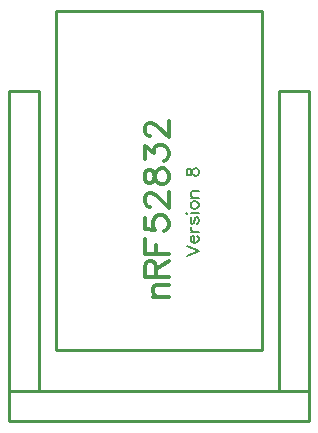
<source format=gbr>
G04 DipTrace 3.1.0.1*
G04 TopSilk.gbr*
%MOIN*%
G04 #@! TF.FileFunction,Legend,Top*
G04 #@! TF.Part,Single*
%ADD10C,0.009843*%
%ADD54C,0.006176*%
%ADD56C,0.012351*%
%FSLAX26Y26*%
G04*
G70*
G90*
G75*
G01*
G04 TopSilk*
%LPD*%
X549232Y1762205D2*
D10*
X1238169D1*
Y632322D1*
X549232D1*
Y1762205D1*
X393701Y495669D2*
X493701D1*
X393701Y1495669D2*
Y495669D1*
Y1495669D2*
X493701D1*
Y1420669D1*
Y495669D1*
X1393701Y395669D2*
Y495669D1*
X393701Y395669D2*
X1393701D1*
X393701D2*
Y495669D1*
X468701D1*
X1393701D1*
Y1495669D2*
X1293701D1*
X1393701Y495669D2*
Y1495669D1*
Y495669D2*
X1293701D1*
Y570669D1*
Y1495669D1*
X985888Y947917D2*
D54*
X1026081Y963216D1*
X985889Y978515D1*
X1010782Y990866D2*
Y1013814D1*
X1006935D1*
X1003088Y1011913D1*
X1001187Y1010011D1*
X999286Y1006165D1*
Y1000416D1*
X1001187Y996614D1*
X1005034Y992767D1*
X1010782Y990866D1*
X1014584D1*
X1020332Y992767D1*
X1024135Y996614D1*
X1026081Y1000416D1*
Y1006164D1*
X1024135Y1010011D1*
X1020332Y1013814D1*
X999286Y1026165D2*
X1026081D1*
X1010782D2*
X1005034Y1028111D1*
X1001187Y1031913D1*
X999286Y1035760D1*
Y1041508D1*
X1005034Y1074906D2*
X1001187Y1073005D1*
X999286Y1067257D1*
Y1061509D1*
X1001187Y1055761D1*
X1005034Y1053859D1*
X1008836Y1055761D1*
X1010782Y1059607D1*
X1012683Y1069158D1*
X1014584Y1073005D1*
X1018431Y1074906D1*
X1020332D1*
X1024135Y1073005D1*
X1026080Y1067257D1*
Y1061509D1*
X1024135Y1055761D1*
X1020332Y1053859D1*
X985889Y1087257D2*
X987790Y1089159D1*
X985889Y1091104D1*
X983943Y1089159D1*
X985889Y1087257D1*
X999286Y1089159D2*
X1026080D1*
X999286Y1113006D2*
X1001187Y1109204D1*
X1005034Y1105357D1*
X1010782Y1103456D1*
X1014584D1*
X1020332Y1105357D1*
X1024135Y1109204D1*
X1026080Y1113006D1*
Y1118754D1*
X1024135Y1122601D1*
X1020332Y1126403D1*
X1014584Y1128349D1*
X1010782D1*
X1005034Y1126403D1*
X1001187Y1122601D1*
X999286Y1118754D1*
Y1113006D1*
Y1140700D2*
X1026080D1*
X1006935D2*
X1001187Y1146448D1*
X999286Y1150295D1*
Y1155999D1*
X1001187Y1159846D1*
X1006935Y1161747D1*
X1026080D1*
X985933Y1222530D2*
X987834Y1216826D1*
X991637Y1214880D1*
X995483D1*
X999286Y1216826D1*
X1001231Y1220628D1*
X1003133Y1228278D1*
X1005034Y1234026D1*
X1008881Y1237828D1*
X1012683Y1239730D1*
X1018431D1*
X1022234Y1237828D1*
X1024179Y1235927D1*
X1026080Y1230179D1*
Y1222530D1*
X1024179Y1216826D1*
X1022234Y1214880D1*
X1018431Y1212979D1*
X1012683D1*
X1008881Y1214880D1*
X1005034Y1218727D1*
X1003133Y1224431D1*
X1001231Y1232080D1*
X999286Y1235927D1*
X995483Y1237828D1*
X991637D1*
X987834Y1235927D1*
X985933Y1230179D1*
Y1222530D1*
X872003Y808705D2*
D56*
X925593D1*
X887302D2*
X875806Y820201D1*
X872003Y827894D1*
Y839302D1*
X875806Y846995D1*
X887302Y850798D1*
X925593D1*
X883500Y875501D2*
Y909901D1*
X879609Y921397D1*
X875806Y925288D1*
X868201Y929090D1*
X860507D1*
X852902Y925288D1*
X849011Y921397D1*
X845209Y909901D1*
Y875501D1*
X925593D1*
X883500Y902295D2*
X925593Y929090D1*
X845209Y1003580D2*
Y953793D1*
X925593D1*
X883499D2*
Y984390D1*
X845297Y1074178D2*
Y1035976D1*
X879697Y1032173D1*
X875894Y1035976D1*
X872003Y1047472D1*
Y1058880D1*
X875894Y1070376D1*
X883499Y1078069D1*
X894996Y1081872D1*
X902601D1*
X914097Y1078069D1*
X921790Y1070376D1*
X925593Y1058880D1*
Y1047472D1*
X921790Y1035976D1*
X917899Y1032173D1*
X910294Y1028282D1*
X864398Y1110466D2*
X860596D1*
X852902Y1114268D1*
X849100Y1118071D1*
X845297Y1125764D1*
Y1141063D1*
X849100Y1148668D1*
X852902Y1152470D1*
X860596Y1156361D1*
X868201D1*
X875894Y1152470D1*
X887302Y1144865D1*
X925593Y1106575D1*
Y1160164D1*
X845297Y1203968D2*
X849100Y1192560D1*
X856705Y1188669D1*
X864398D1*
X872003Y1192560D1*
X875894Y1200165D1*
X879697Y1215464D1*
X883499Y1226960D1*
X891193Y1234565D1*
X898798Y1238368D1*
X910294D1*
X917899Y1234565D1*
X921790Y1230763D1*
X925593Y1219266D1*
Y1203968D1*
X921790Y1192560D1*
X917899Y1188669D1*
X910294Y1184867D1*
X898798D1*
X891193Y1188669D1*
X883499Y1196363D1*
X879697Y1207770D1*
X875894Y1223069D1*
X872003Y1230763D1*
X864398Y1234565D1*
X856705D1*
X849100Y1230763D1*
X845297Y1219266D1*
Y1203968D1*
Y1270764D2*
Y1312769D1*
X875894Y1289865D1*
Y1301361D1*
X879697Y1308966D1*
X883499Y1312769D1*
X894996Y1316660D1*
X902601D1*
X914097Y1312769D1*
X921790Y1305164D1*
X925593Y1293668D1*
Y1282172D1*
X921790Y1270764D1*
X917899Y1266961D1*
X910294Y1263070D1*
X864398Y1345254D2*
X860596D1*
X852902Y1349056D1*
X849100Y1352859D1*
X845297Y1360552D1*
Y1375851D1*
X849100Y1383456D1*
X852902Y1387258D1*
X860596Y1391149D1*
X868201D1*
X875894Y1387258D1*
X887302Y1379653D1*
X925593Y1341363D1*
Y1394952D1*
M02*

</source>
